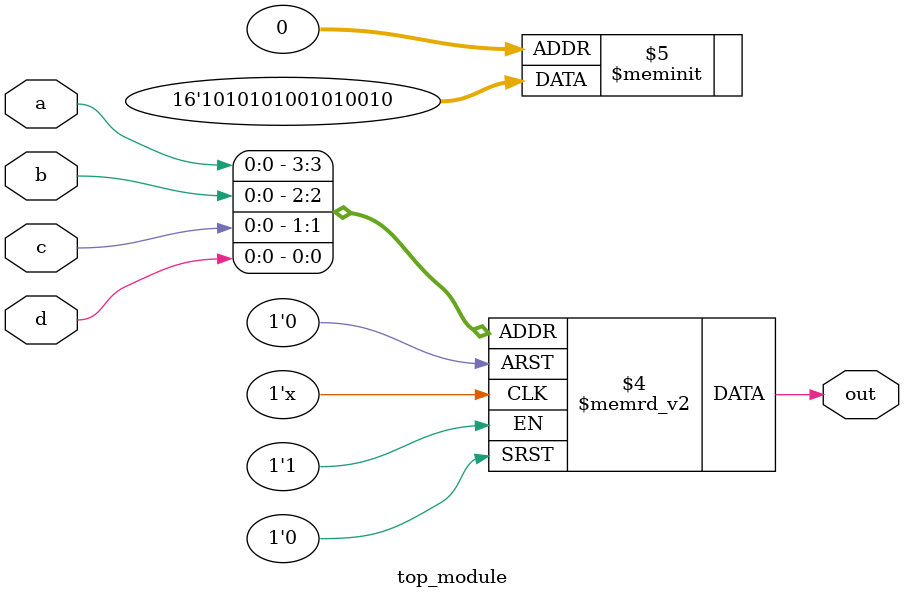
<source format=sv>
module top_module (
	input a, 
	input b,
	input c,
	input d,
	output reg out
);
  
always @(a or b or c or d)
  begin
    case ({a,b,c,d})
      4'b0000: out = 1'b0;
      4'b0001: out = 1'b1;
      4'b0010: out = 1'b0;
      4'b0011: out = 1'b0;  // Corrected
      4'b0100: out = 1'b1;  // Corrected
      4'b0101: out = 1'b0;
      4'b0110: out = 1'b1;  // Corrected
      4'b0111: out = 1'b0;
      4'b1000: out = 1'b0;
      4'b1001: out = 1'b1;
      4'b1010: out = 1'b0;
      4'b1011: out = 1'b1;
      4'b1100: out = 1'b0;  // Corrected
      4'b1101: out = 1'b1;
      4'b1110: out = 1'b0;
      4'b1111: out = 1'b1;
      default: out = 1'b0;
    endcase
  end
  
endmodule

</source>
